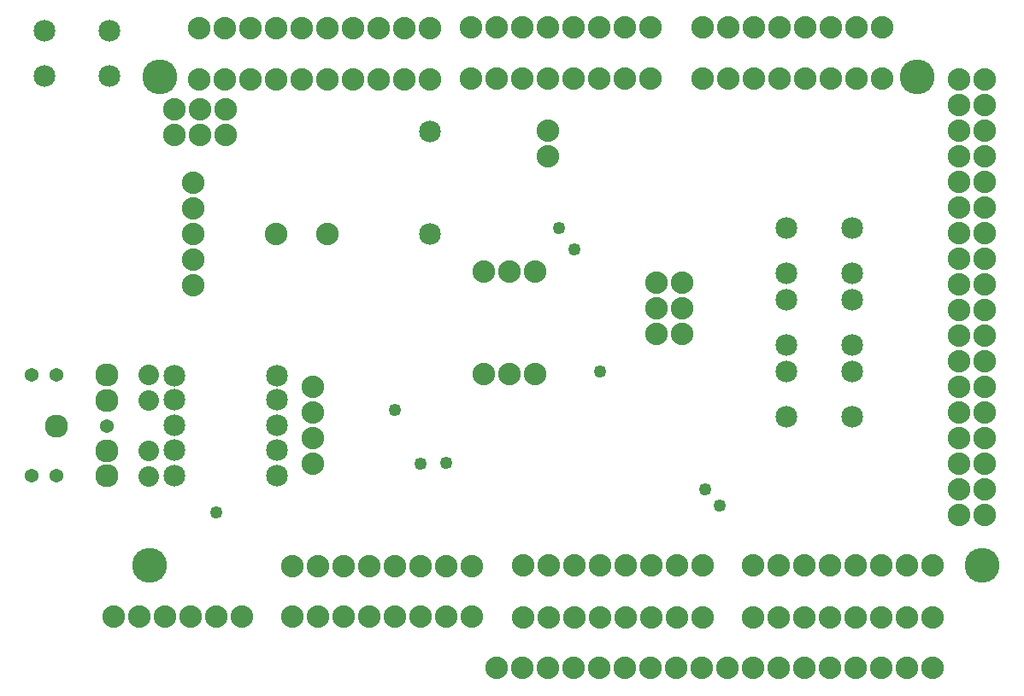
<source format=gts>
G04 MADE WITH FRITZING*
G04 WWW.FRITZING.ORG*
G04 DOUBLE SIDED*
G04 HOLES PLATED*
G04 CONTOUR ON CENTER OF CONTOUR VECTOR*
%ASAXBY*%
%FSLAX23Y23*%
%MOIN*%
%OFA0B0*%
%SFA1.0B1.0*%
%ADD10C,0.088000*%
%ADD11C,0.135984*%
%ADD12C,0.090350*%
%ADD13C,0.054000*%
%ADD14C,0.080000*%
%ADD15C,0.085000*%
%ADD16C,0.049370*%
%LNMASK1*%
G90*
G70*
G54D10*
X1803Y2601D03*
X1903Y2601D03*
X2003Y2601D03*
X2103Y2601D03*
X2203Y2601D03*
X2303Y2601D03*
X2403Y2601D03*
X2503Y2601D03*
X743Y2600D03*
X843Y2600D03*
X943Y2600D03*
X1043Y2600D03*
X1143Y2600D03*
X1243Y2600D03*
X1343Y2600D03*
X1443Y2600D03*
X1543Y2600D03*
X1643Y2600D03*
X1108Y301D03*
X1208Y301D03*
X1308Y301D03*
X1408Y301D03*
X1508Y301D03*
X1608Y301D03*
X1708Y301D03*
X1808Y301D03*
X2706Y2601D03*
X2806Y2601D03*
X2906Y2601D03*
X3006Y2601D03*
X3106Y2601D03*
X3206Y2601D03*
X3306Y2601D03*
X3406Y2601D03*
X2006Y300D03*
X2106Y300D03*
X2206Y300D03*
X2306Y300D03*
X2406Y300D03*
X2506Y300D03*
X2606Y300D03*
X2706Y300D03*
X2905Y300D03*
X3005Y300D03*
X3105Y300D03*
X3205Y300D03*
X3305Y300D03*
X3405Y300D03*
X3505Y300D03*
X3605Y300D03*
X743Y2400D03*
X843Y2400D03*
X943Y2400D03*
X1043Y2400D03*
X1143Y2400D03*
X1243Y2400D03*
X1343Y2400D03*
X1443Y2400D03*
X1543Y2400D03*
X1643Y2400D03*
X1803Y2401D03*
X1903Y2401D03*
X2003Y2401D03*
X2103Y2401D03*
X2203Y2401D03*
X2303Y2401D03*
X2403Y2401D03*
X2503Y2401D03*
X2905Y501D03*
X3005Y501D03*
X3105Y501D03*
X3205Y501D03*
X3305Y501D03*
X3405Y501D03*
X3505Y501D03*
X3605Y501D03*
X2006Y501D03*
X2106Y501D03*
X2206Y501D03*
X2306Y501D03*
X2406Y501D03*
X2506Y501D03*
X2606Y501D03*
X2706Y501D03*
X2706Y2401D03*
X2806Y2401D03*
X2906Y2401D03*
X3006Y2401D03*
X3106Y2401D03*
X3206Y2401D03*
X3306Y2401D03*
X3406Y2401D03*
X1108Y500D03*
X1208Y500D03*
X1308Y500D03*
X1408Y500D03*
X1508Y500D03*
X1608Y500D03*
X1708Y500D03*
X1808Y500D03*
X3708Y2398D03*
X3708Y2298D03*
X3708Y2198D03*
X3708Y2098D03*
X3708Y1998D03*
X3708Y1898D03*
X3708Y1798D03*
X3708Y1698D03*
X3708Y1598D03*
X3708Y1498D03*
X3708Y1398D03*
X3708Y1298D03*
X3708Y1198D03*
X3708Y1098D03*
X3708Y998D03*
X3708Y898D03*
X3708Y798D03*
X3708Y698D03*
X3708Y2398D03*
X3708Y2298D03*
X3708Y2198D03*
X3708Y2098D03*
X3708Y1998D03*
X3708Y1898D03*
X3708Y1798D03*
X3708Y1698D03*
X3708Y1598D03*
X3708Y1498D03*
X3708Y1398D03*
X3708Y1298D03*
X3708Y1198D03*
X3708Y1098D03*
X3708Y998D03*
X3708Y898D03*
X3708Y798D03*
X3708Y698D03*
X3808Y698D03*
X3808Y798D03*
X3808Y898D03*
X3808Y998D03*
X3808Y1098D03*
X3808Y1198D03*
X3808Y1298D03*
X3808Y1398D03*
X3808Y1498D03*
X3808Y1598D03*
X3808Y1698D03*
X3808Y1798D03*
X3808Y1898D03*
X3808Y1998D03*
X3808Y2098D03*
X3808Y2198D03*
X3808Y2298D03*
X3808Y2398D03*
G54D11*
X551Y501D03*
X3798Y501D03*
X3543Y2410D03*
X590Y2410D03*
G54D10*
X647Y2183D03*
X747Y2183D03*
X847Y2183D03*
X647Y2183D03*
X747Y2183D03*
X847Y2183D03*
X847Y2283D03*
X747Y2283D03*
X647Y2283D03*
G54D12*
X187Y1047D03*
X384Y1244D03*
X384Y1146D03*
X384Y949D03*
X384Y851D03*
G54D13*
X187Y1244D03*
X89Y1244D03*
X89Y851D03*
X187Y851D03*
X384Y1047D03*
G54D10*
X2528Y1605D03*
X2528Y1505D03*
X2528Y1405D03*
X2528Y1605D03*
X2528Y1505D03*
X2528Y1405D03*
X2628Y1405D03*
X2628Y1505D03*
X2628Y1605D03*
X720Y1996D03*
X720Y1896D03*
X720Y1796D03*
X720Y1696D03*
X720Y1596D03*
X1905Y101D03*
X2005Y101D03*
X2105Y101D03*
X2205Y101D03*
X2305Y101D03*
X2405Y101D03*
X2505Y101D03*
X2605Y101D03*
X2705Y101D03*
X2805Y101D03*
X2905Y101D03*
X3005Y101D03*
X3105Y101D03*
X3205Y101D03*
X3305Y101D03*
X3405Y101D03*
X3505Y101D03*
X3605Y101D03*
G54D14*
X547Y1244D03*
X547Y1144D03*
X547Y850D03*
X547Y950D03*
G54D15*
X648Y1243D03*
X1048Y1243D03*
X647Y1149D03*
X1047Y1149D03*
X647Y1049D03*
X1047Y1049D03*
X647Y951D03*
X1047Y951D03*
X647Y851D03*
X1047Y851D03*
G54D10*
X1188Y1198D03*
X1188Y1098D03*
X1188Y998D03*
X1188Y898D03*
G54D16*
X2717Y798D03*
X2772Y736D03*
G54D15*
X395Y2413D03*
X139Y2413D03*
X395Y2590D03*
X139Y2590D03*
G54D10*
X1044Y1796D03*
X1244Y1796D03*
G54D15*
X1645Y1796D03*
X1645Y2196D03*
G54D10*
X2102Y2100D03*
X2102Y2200D03*
X1855Y1250D03*
X1955Y1250D03*
X2055Y1250D03*
X1855Y1650D03*
X1955Y1650D03*
X2055Y1650D03*
G54D16*
X1507Y1108D03*
G54D10*
X410Y301D03*
X510Y301D03*
X610Y301D03*
X710Y301D03*
X810Y301D03*
X910Y301D03*
G54D16*
X810Y709D03*
X1707Y901D03*
X1608Y898D03*
G54D15*
X3290Y1081D03*
X3034Y1081D03*
X3290Y1259D03*
X3034Y1259D03*
X3290Y1641D03*
X3034Y1641D03*
X3290Y1818D03*
X3034Y1818D03*
X3289Y1361D03*
X3033Y1361D03*
X3289Y1538D03*
X3033Y1538D03*
G54D16*
X2206Y1737D03*
X2148Y1818D03*
X2306Y1259D03*
G04 End of Mask1*
M02*
</source>
